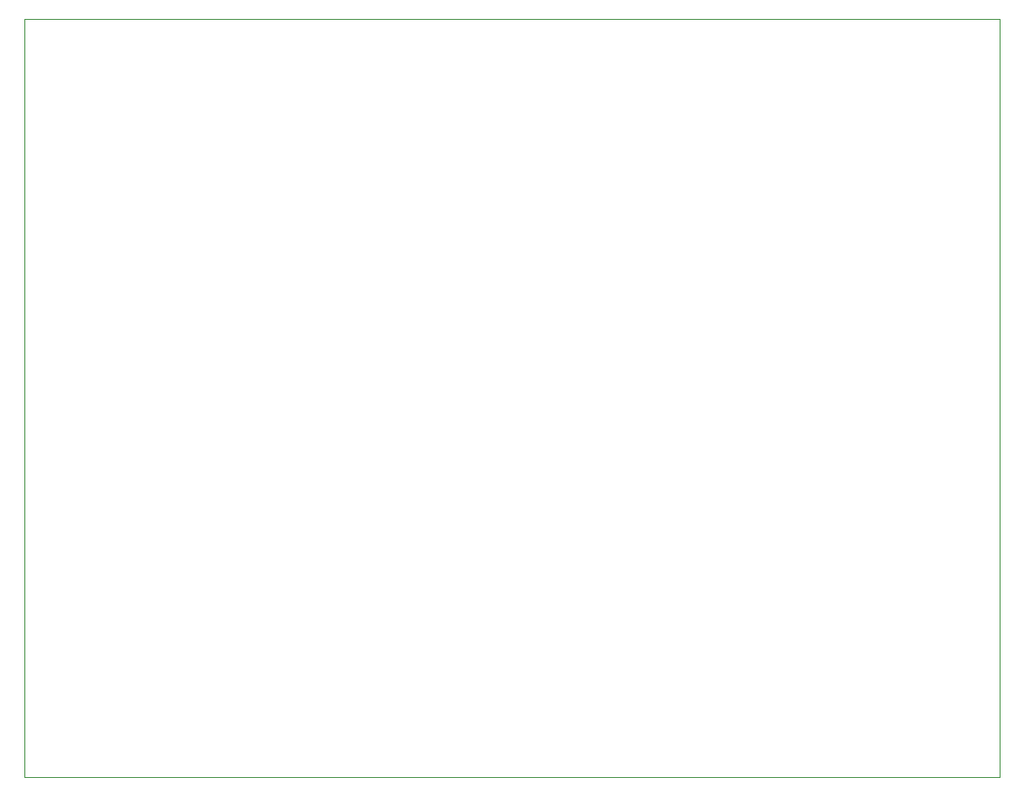
<source format=gbr>
G04 #@! TF.GenerationSoftware,KiCad,Pcbnew,(5.1.5)-3*
G04 #@! TF.CreationDate,2020-04-01T15:23:21+02:00*
G04 #@! TF.ProjectId,hbruecke,68627275-6563-46b6-952e-6b696361645f,rev?*
G04 #@! TF.SameCoordinates,Original*
G04 #@! TF.FileFunction,Paste,Bot*
G04 #@! TF.FilePolarity,Positive*
%FSLAX46Y46*%
G04 Gerber Fmt 4.6, Leading zero omitted, Abs format (unit mm)*
G04 Created by KiCad (PCBNEW (5.1.5)-3) date 2020-04-01 15:23:21*
%MOMM*%
%LPD*%
G04 APERTURE LIST*
%ADD10C,0.050000*%
G04 APERTURE END LIST*
D10*
X154940000Y-77470000D02*
X63500000Y-77470000D01*
X154940000Y-148590000D02*
X154940000Y-77470000D01*
X63500000Y-148590000D02*
X154940000Y-148590000D01*
X63500000Y-77470000D02*
X63500000Y-148590000D01*
M02*

</source>
